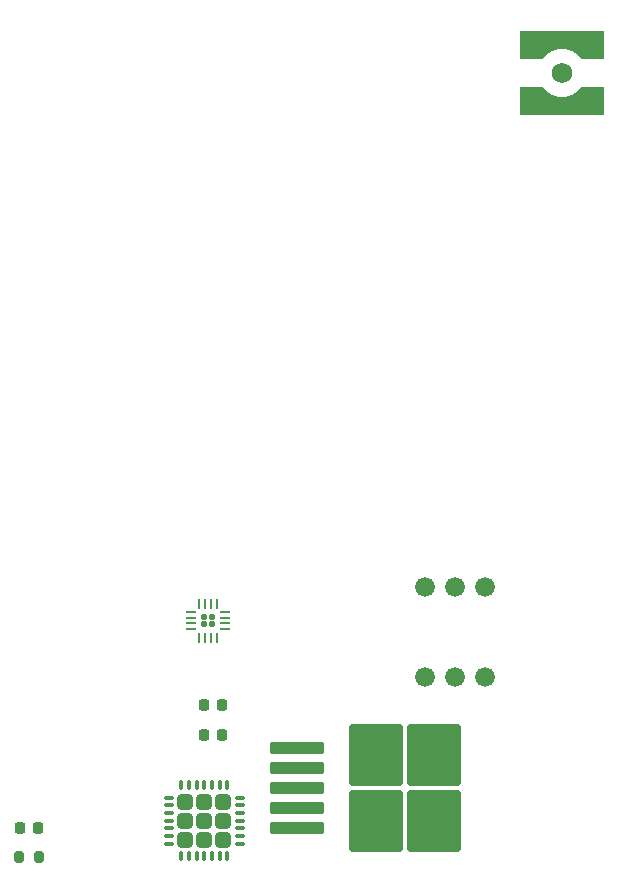
<source format=gbr>
%TF.GenerationSoftware,KiCad,Pcbnew,9.0.5*%
%TF.CreationDate,2025-11-15T09:05:35-08:00*%
%TF.ProjectId,Radio2,52616469-6f32-42e6-9b69-6361645f7063,rev?*%
%TF.SameCoordinates,Original*%
%TF.FileFunction,Paste,Top*%
%TF.FilePolarity,Positive*%
%FSLAX46Y46*%
G04 Gerber Fmt 4.6, Leading zero omitted, Abs format (unit mm)*
G04 Created by KiCad (PCBNEW 9.0.5) date 2025-11-15 09:05:35*
%MOMM*%
%LPD*%
G01*
G04 APERTURE LIST*
G04 Aperture macros list*
%AMRoundRect*
0 Rectangle with rounded corners*
0 $1 Rounding radius*
0 $2 $3 $4 $5 $6 $7 $8 $9 X,Y pos of 4 corners*
0 Add a 4 corners polygon primitive as box body*
4,1,4,$2,$3,$4,$5,$6,$7,$8,$9,$2,$3,0*
0 Add four circle primitives for the rounded corners*
1,1,$1+$1,$2,$3*
1,1,$1+$1,$4,$5*
1,1,$1+$1,$6,$7*
1,1,$1+$1,$8,$9*
0 Add four rect primitives between the rounded corners*
20,1,$1+$1,$2,$3,$4,$5,0*
20,1,$1+$1,$4,$5,$6,$7,0*
20,1,$1+$1,$6,$7,$8,$9,0*
20,1,$1+$1,$8,$9,$2,$3,0*%
%AMFreePoly0*
4,1,25,-1.500000,1.420000,-1.360000,1.280000,-1.205000,1.155000,-1.035000,1.045000,-0.860000,0.950000,-0.675000,0.875000,-0.480000,0.820000,-0.280000,0.780000,-0.085000,0.765000,0.085000,0.765000,0.280000,0.780000,0.480000,0.820000,0.675000,0.875000,0.860000,0.950000,1.035000,1.045000,1.205000,1.155000,1.360000,1.280000,1.500000,1.420000,1.645000,1.595000,3.555000,1.595000,
3.555000,-0.755000,-3.555000,-0.755000,-3.555000,1.595000,-1.645000,1.595000,-1.500000,1.420000,-1.500000,1.420000,$1*%
G04 Aperture macros list end*
%ADD10RoundRect,0.125000X-0.125000X-0.125000X0.125000X-0.125000X0.125000X0.125000X-0.125000X0.125000X0*%
%ADD11RoundRect,0.062500X-0.350000X-0.062500X0.350000X-0.062500X0.350000X0.062500X-0.350000X0.062500X0*%
%ADD12RoundRect,0.062500X-0.062500X-0.350000X0.062500X-0.350000X0.062500X0.350000X-0.062500X0.350000X0*%
%ADD13RoundRect,0.225000X-0.225000X-0.250000X0.225000X-0.250000X0.225000X0.250000X-0.225000X0.250000X0*%
%ADD14RoundRect,0.249999X-0.395001X-0.395001X0.395001X-0.395001X0.395001X0.395001X-0.395001X0.395001X0*%
%ADD15RoundRect,0.075000X-0.312500X-0.075000X0.312500X-0.075000X0.312500X0.075000X-0.312500X0.075000X0*%
%ADD16RoundRect,0.075000X-0.075000X-0.312500X0.075000X-0.312500X0.075000X0.312500X-0.075000X0.312500X0*%
%ADD17RoundRect,0.200000X-0.200000X-0.275000X0.200000X-0.275000X0.200000X0.275000X-0.200000X0.275000X0*%
%ADD18C,1.730000*%
%ADD19FreePoly0,180.000000*%
%ADD20FreePoly0,0.000000*%
%ADD21RoundRect,0.250000X-2.025000X-2.375000X2.025000X-2.375000X2.025000X2.375000X-2.025000X2.375000X0*%
%ADD22RoundRect,0.250000X-2.050000X-0.300000X2.050000X-0.300000X2.050000X0.300000X-2.050000X0.300000X0*%
%ADD23C,1.676000*%
G04 APERTURE END LIST*
D10*
%TO.C,U3*%
X130000000Y-92000000D03*
X130000000Y-92620000D03*
X130620000Y-92000000D03*
X130620000Y-92620000D03*
D11*
X128872500Y-91560000D03*
X128872500Y-92060000D03*
X128872500Y-92560000D03*
X128872500Y-93060000D03*
D12*
X129560000Y-93747500D03*
X130060000Y-93747500D03*
X130560000Y-93747500D03*
X131060000Y-93747500D03*
D11*
X131747500Y-93060000D03*
X131747500Y-92560000D03*
X131747500Y-92060000D03*
X131747500Y-91560000D03*
D12*
X131060000Y-90872500D03*
X130560000Y-90872500D03*
X130060000Y-90872500D03*
X129560000Y-90872500D03*
%TD*%
D13*
%TO.C,C3*%
X114400000Y-109850000D03*
X115950000Y-109850000D03*
%TD*%
D14*
%TO.C,U2*%
X128400000Y-107650000D03*
X128400000Y-109250000D03*
X128400000Y-110850000D03*
X130000000Y-107650000D03*
X130000000Y-109250000D03*
X130000000Y-110850000D03*
X131600000Y-107650000D03*
X131600000Y-109250000D03*
X131600000Y-110850000D03*
D15*
X127012500Y-107300000D03*
X127012500Y-107950000D03*
X127012500Y-108600000D03*
X127012500Y-109250000D03*
X127012500Y-109900000D03*
X127012500Y-110550000D03*
X127012500Y-111200000D03*
D16*
X128050000Y-112237500D03*
X128700000Y-112237500D03*
X129350000Y-112237500D03*
X130000000Y-112237500D03*
X130650000Y-112237500D03*
X131300000Y-112237500D03*
X131950000Y-112237500D03*
D15*
X132987500Y-111200000D03*
X132987500Y-110550000D03*
X132987500Y-109900000D03*
X132987500Y-109250000D03*
X132987500Y-108600000D03*
X132987500Y-107950000D03*
X132987500Y-107300000D03*
D16*
X131950000Y-106262500D03*
X131300000Y-106262500D03*
X130650000Y-106262500D03*
X130000000Y-106262500D03*
X129350000Y-106262500D03*
X128700000Y-106262500D03*
X128050000Y-106262500D03*
%TD*%
D13*
%TO.C,C1*%
X129975000Y-99490000D03*
X131525000Y-99490000D03*
%TD*%
%TO.C,C2*%
X129975000Y-102000000D03*
X131525000Y-102000000D03*
%TD*%
D17*
%TO.C,R1*%
X114350000Y-112360000D03*
X116000000Y-112360000D03*
%TD*%
D18*
%TO.C,J1*%
X160250000Y-45950000D03*
D19*
X160250000Y-43150000D03*
D20*
X160250000Y-48750000D03*
%TD*%
D21*
%TO.C,U4*%
X144575000Y-103725000D03*
X144575000Y-109275000D03*
X149425000Y-103725000D03*
X149425000Y-109275000D03*
D22*
X137850000Y-103100000D03*
X137850000Y-104800000D03*
X137850000Y-106500000D03*
X137850000Y-108200000D03*
X137850000Y-109900000D03*
%TD*%
D23*
%TO.C,MK2*%
X148670000Y-97120000D03*
X151210000Y-97120000D03*
X153750000Y-97120000D03*
X148670000Y-89500000D03*
X151210000Y-89500000D03*
X153750000Y-89500000D03*
%TD*%
M02*

</source>
